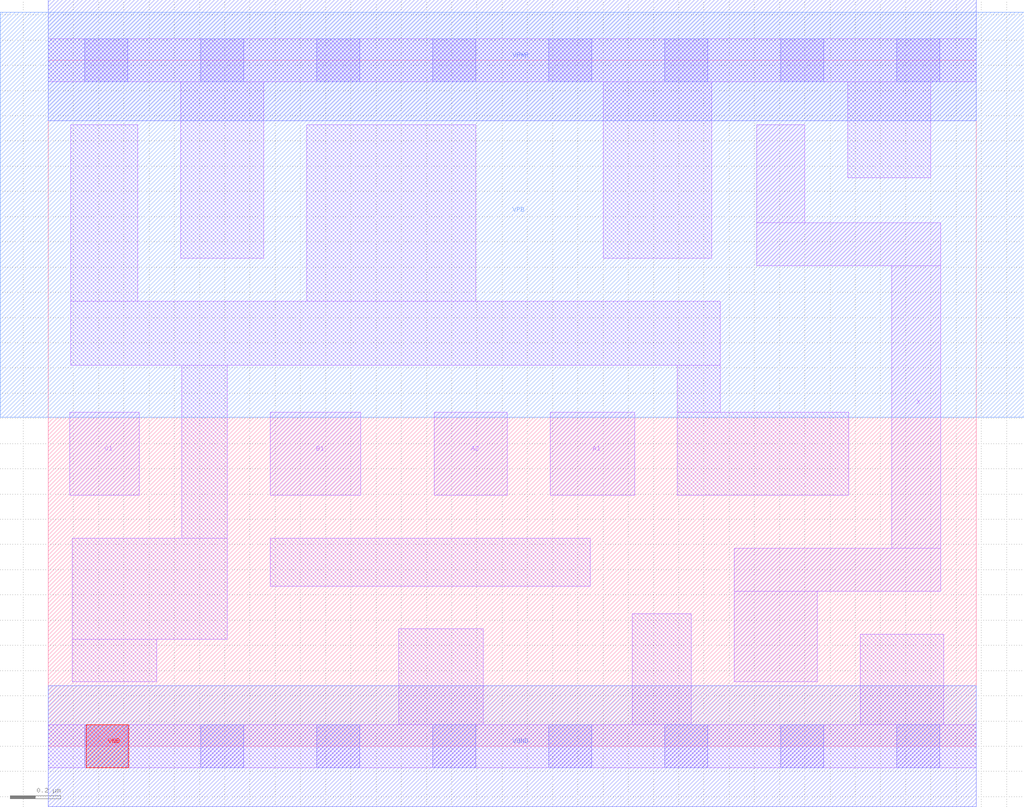
<source format=lef>
# Copyright 2020 The SkyWater PDK Authors
#
# Licensed under the Apache License, Version 2.0 (the "License");
# you may not use this file except in compliance with the License.
# You may obtain a copy of the License at
#
#     https://www.apache.org/licenses/LICENSE-2.0
#
# Unless required by applicable law or agreed to in writing, software
# distributed under the License is distributed on an "AS IS" BASIS,
# WITHOUT WARRANTIES OR CONDITIONS OF ANY KIND, either express or implied.
# See the License for the specific language governing permissions and
# limitations under the License.
#
# SPDX-License-Identifier: Apache-2.0

VERSION 5.7 ;
  NOWIREEXTENSIONATPIN ON ;
  DIVIDERCHAR "/" ;
  BUSBITCHARS "[]" ;
MACRO sky130_fd_sc_hd__o211a_2
  CLASS CORE ;
  FOREIGN sky130_fd_sc_hd__o211a_2 ;
  ORIGIN  0.000000  0.000000 ;
  SIZE  3.680000 BY  2.720000 ;
  SYMMETRY X Y R90 ;
  SITE unithd ;
  PIN A1
    ANTENNAGATEAREA  0.247500 ;
    DIRECTION INPUT ;
    USE SIGNAL ;
    PORT
      LAYER li1 ;
        RECT 1.990000 0.995000 2.325000 1.325000 ;
    END
  END A1
  PIN A2
    ANTENNAGATEAREA  0.247500 ;
    DIRECTION INPUT ;
    USE SIGNAL ;
    PORT
      LAYER li1 ;
        RECT 1.530000 0.995000 1.820000 1.325000 ;
    END
  END A2
  PIN B1
    ANTENNAGATEAREA  0.247500 ;
    DIRECTION INPUT ;
    USE SIGNAL ;
    PORT
      LAYER li1 ;
        RECT 0.880000 0.995000 1.240000 1.325000 ;
    END
  END B1
  PIN C1
    ANTENNAGATEAREA  0.247500 ;
    DIRECTION INPUT ;
    USE SIGNAL ;
    PORT
      LAYER li1 ;
        RECT 0.085000 0.995000 0.360000 1.325000 ;
    END
  END C1
  PIN VNB
    PORT
      LAYER pwell ;
        RECT 0.150000 -0.085000 0.320000 0.085000 ;
    END
  END VNB
  PIN VPB
    PORT
      LAYER nwell ;
        RECT -0.190000 1.305000 3.870000 2.910000 ;
    END
  END VPB
  PIN X
    ANTENNADIFFAREA  0.462000 ;
    DIRECTION OUTPUT ;
    USE SIGNAL ;
    PORT
      LAYER li1 ;
        RECT 2.720000 0.255000 3.050000 0.615000 ;
        RECT 2.720000 0.615000 3.540000 0.785000 ;
        RECT 2.810000 1.905000 3.540000 2.075000 ;
        RECT 2.810000 2.075000 3.000000 2.465000 ;
        RECT 3.345000 0.785000 3.540000 1.905000 ;
    END
  END X
  PIN VGND
    DIRECTION INOUT ;
    SHAPE ABUTMENT ;
    USE GROUND ;
    PORT
      LAYER met1 ;
        RECT 0.000000 -0.240000 3.680000 0.240000 ;
    END
  END VGND
  PIN VPWR
    DIRECTION INOUT ;
    SHAPE ABUTMENT ;
    USE POWER ;
    PORT
      LAYER met1 ;
        RECT 0.000000 2.480000 3.680000 2.960000 ;
    END
  END VPWR
  OBS
    LAYER li1 ;
      RECT 0.000000 -0.085000 3.680000 0.085000 ;
      RECT 0.000000  2.635000 3.680000 2.805000 ;
      RECT 0.090000  1.510000 2.665000 1.765000 ;
      RECT 0.090000  1.765000 0.355000 2.465000 ;
      RECT 0.095000  0.255000 0.430000 0.425000 ;
      RECT 0.095000  0.425000 0.710000 0.825000 ;
      RECT 0.525000  1.935000 0.855000 2.635000 ;
      RECT 0.530000  0.825000 0.710000 1.510000 ;
      RECT 0.880000  0.635000 2.150000 0.825000 ;
      RECT 1.025000  1.765000 1.695000 2.465000 ;
      RECT 1.390000  0.085000 1.725000 0.465000 ;
      RECT 2.200000  1.935000 2.630000 2.635000 ;
      RECT 2.315000  0.085000 2.550000 0.525000 ;
      RECT 2.495000  0.995000 3.175000 1.325000 ;
      RECT 2.495000  1.325000 2.665000 1.510000 ;
      RECT 3.170000  2.255000 3.500000 2.635000 ;
      RECT 3.220000  0.085000 3.550000 0.445000 ;
    LAYER mcon ;
      RECT 0.145000 -0.085000 0.315000 0.085000 ;
      RECT 0.145000  2.635000 0.315000 2.805000 ;
      RECT 0.605000 -0.085000 0.775000 0.085000 ;
      RECT 0.605000  2.635000 0.775000 2.805000 ;
      RECT 1.065000 -0.085000 1.235000 0.085000 ;
      RECT 1.065000  2.635000 1.235000 2.805000 ;
      RECT 1.525000 -0.085000 1.695000 0.085000 ;
      RECT 1.525000  2.635000 1.695000 2.805000 ;
      RECT 1.985000 -0.085000 2.155000 0.085000 ;
      RECT 1.985000  2.635000 2.155000 2.805000 ;
      RECT 2.445000 -0.085000 2.615000 0.085000 ;
      RECT 2.445000  2.635000 2.615000 2.805000 ;
      RECT 2.905000 -0.085000 3.075000 0.085000 ;
      RECT 2.905000  2.635000 3.075000 2.805000 ;
      RECT 3.365000 -0.085000 3.535000 0.085000 ;
      RECT 3.365000  2.635000 3.535000 2.805000 ;
  END
END sky130_fd_sc_hd__o211a_2
END LIBRARY

</source>
